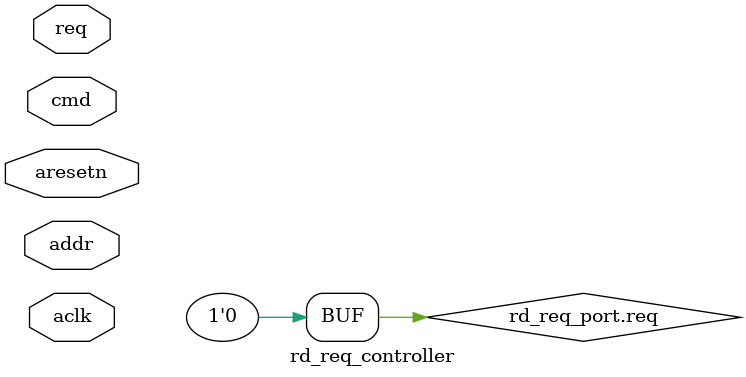
<source format=sv>
module rd_req_controller#(
	parameter AWIDTH = 32
)(
	input aclk,
	input aresetn,
	
	//Slave signals
	input req,
	input [AWIDTH - 1 : 0] addr,
	input cmd, //must be 0 for READ
	rd_req_if.master    rd_req_port
);	

	localparam DELAY_MAX = 3;
	logic [$clog2(DELAY_MAX) : 0] timer;
	
	logic fifo_full_reg;
	
	///////////////////////////////////
	// FSM
	
	typedef enum {
		IDLE,
		WAIT_REQ_HIGH,
		WAIT_FIFO_STATUS,
		WRITE_REQ,
		WAIT_REQ_LOW
	} State_e;
	
	State_e state, next;
	
	always_ff@(posedge aclk)
		if (!aresetn) begin
			state <= IDLE;
		end else begin
			state <= next;
		end
		
	always_comb begin
		next = state;
		case(state)
		IDLE:
			next = WAIT_REQ_HIGH;
		WAIT_REQ_HIGH:
			if (req & !cmd)
				next = WAIT_FIFO_STATUS;
				
		WAIT_FIFO_STATUS:
			if (timer == DELAY_MAX)
				next = WRITE_REQ;
				
		WRITE_REQ:
			if (!fifo_full_reg)
				next = WAIT_REQ_LOW;
				
		WAIT_REQ_LOW:
			if (!req)
				next = WAIT_REQ_HIGH;
		endcase
	end
	
	///////////////////////////////
	// rd_req_port control
	
	assign rd_req_port.req = 0;
	
	always_ff@(posedge aclk)
		if (!aresetn | cmd) begin
			rd_req_port.addr  <= '0;
		end else begin
			case (state)
			WAIT_REQ_HIGH:
				rd_req_port.addr  <= addr;
			endcase
		end
		
	always_ff@(posedge aclk)
		if (!aresetn | cmd) begin
			rd_req_port.wren  <= '0;
		end else begin
			case (state)
			WRITE_REQ:
				if (!fifo_full_reg) begin
					rd_req_port.wren[0] <= !addr[AWIDTH - 1]; //Master 0
					rd_req_port.wren[1] <= addr[AWIDTH - 1];  //Master 1
				end
			default:
				begin
				rd_req_port.wren  <= '0;
				end
			endcase
		end
		
	/////////////////////////////////
	// Timer control
	
	always_ff@(posedge aclk)
		if (!aresetn | state != WAIT_FIFO_STATUS) begin
			timer <= '0;
		end else begin
			timer <= timer + 1;
		end
		
	///////////////////////////////
	// Reg fifo full

	always_ff@(posedge aclk)
		if (!aresetn) begin
			fifo_full_reg <= '0;
		end else begin
			fifo_full_reg <= rd_req_port.fifo_full;
		end	
	
endmodule
</source>
